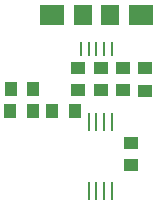
<source format=gbr>
G04 DipTrace 2.3.0.3*
%INTopPaste.gbr*%
%MOIN*%
%ADD30R,0.0826X0.0668*%
%ADD32R,0.0648X0.0668*%
%ADD34R,0.0077X0.0471*%
%ADD38R,0.0077X0.0629*%
%ADD40R,0.0432X0.0511*%
%ADD42R,0.0511X0.0432*%
%FSLAX44Y44*%
G04*
G70*
G90*
G75*
G01*
%LNTopPaste*%
%LPD*%
D42*
X8630Y6625D3*
Y5877D3*
X9103Y9115D3*
Y8367D3*
X6843Y9135D3*
Y8387D3*
D40*
X5360Y8428D3*
X4612D3*
D42*
X8353Y9125D3*
Y8377D3*
X7610Y9135D3*
Y8387D3*
D40*
X6745Y7690D3*
X5997D3*
X4600D3*
X5348D3*
D38*
X7985Y7315D3*
X7729D3*
X7473D3*
X7217D3*
Y5032D3*
X7473D3*
X7729D3*
X7985D3*
D34*
X7470Y9763D3*
X7216D3*
X7978D3*
X6957D3*
X7724D3*
D32*
X7911Y10884D3*
D30*
X8944Y10885D3*
X5990Y10884D3*
D32*
X7025D3*
M02*

</source>
